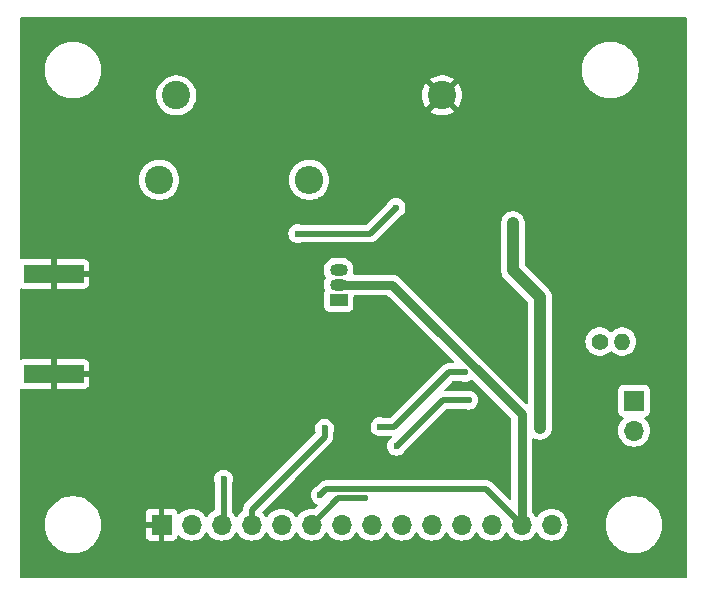
<source format=gbr>
%TF.GenerationSoftware,KiCad,Pcbnew,8.0.7*%
%TF.CreationDate,2025-10-24T17:03:05+02:00*%
%TF.ProjectId,Medidor_clk_PCB,4d656469-646f-4725-9f63-6c6b5f504342,rev?*%
%TF.SameCoordinates,Original*%
%TF.FileFunction,Copper,L2,Bot*%
%TF.FilePolarity,Positive*%
%FSLAX46Y46*%
G04 Gerber Fmt 4.6, Leading zero omitted, Abs format (unit mm)*
G04 Created by KiCad (PCBNEW 8.0.7) date 2025-10-24 17:03:05*
%MOMM*%
%LPD*%
G01*
G04 APERTURE LIST*
%TA.AperFunction,ComponentPad*%
%ADD10R,1.500000X1.050000*%
%TD*%
%TA.AperFunction,ComponentPad*%
%ADD11O,1.500000X1.050000*%
%TD*%
%TA.AperFunction,ComponentPad*%
%ADD12R,1.700000X1.700000*%
%TD*%
%TA.AperFunction,ComponentPad*%
%ADD13O,1.700000X1.700000*%
%TD*%
%TA.AperFunction,ComponentPad*%
%ADD14C,2.400000*%
%TD*%
%TA.AperFunction,ComponentPad*%
%ADD15O,2.400000X2.400000*%
%TD*%
%TA.AperFunction,SMDPad,CuDef*%
%ADD16R,5.080000X1.500000*%
%TD*%
%TA.AperFunction,ComponentPad*%
%ADD17C,1.400000*%
%TD*%
%TA.AperFunction,ComponentPad*%
%ADD18O,1.400000X1.400000*%
%TD*%
%TA.AperFunction,ViaPad*%
%ADD19C,0.600000*%
%TD*%
%TA.AperFunction,Conductor*%
%ADD20C,1.000000*%
%TD*%
%TA.AperFunction,Conductor*%
%ADD21C,0.500000*%
%TD*%
%TA.AperFunction,Conductor*%
%ADD22C,0.750000*%
%TD*%
G04 APERTURE END LIST*
D10*
%TO.P,Q1,1,S*%
%TO.N,Net-(Q1-S)*%
X146700000Y-98520000D03*
D11*
%TO.P,Q1,2,G*%
%TO.N,RST*%
X146700000Y-97250000D03*
%TO.P,Q1,3,D*%
%TO.N,Net-(Q1-D)*%
X146700000Y-95980000D03*
%TD*%
D12*
%TO.P,J2,1,Pin_1*%
%TO.N,Net-(J2-Pin_1)*%
X171705000Y-107050000D03*
D13*
%TO.P,J2,2,Pin_2*%
%TO.N,Net-(J2-Pin_2)*%
X171705000Y-109590000D03*
%TD*%
D12*
%TO.P,J3,1,Pin_1*%
%TO.N,Earth*%
X131700000Y-117550000D03*
D13*
%TO.P,J3,2,Pin_2*%
%TO.N,Q3*%
X134240000Y-117550000D03*
%TO.P,J3,3,Pin_3*%
%TO.N,Q4*%
X136780000Y-117550000D03*
%TO.P,J3,4,Pin_4*%
%TO.N,Q5*%
X139320000Y-117550000D03*
%TO.P,J3,5,Pin_5*%
%TO.N,Q6*%
X141860000Y-117550000D03*
%TO.P,J3,6,Pin_6*%
%TO.N,Q7*%
X144400000Y-117550000D03*
%TO.P,J3,7,Pin_7*%
%TO.N,Q8*%
X146940000Y-117550000D03*
%TO.P,J3,8,Pin_8*%
%TO.N,Q9*%
X149480000Y-117550000D03*
%TO.P,J3,9,Pin_9*%
%TO.N,Q11*%
X152020000Y-117550000D03*
%TO.P,J3,10,Pin_10*%
%TO.N,Q12*%
X154560000Y-117550000D03*
%TO.P,J3,11,Pin_11*%
%TO.N,Q13*%
X157100000Y-117550000D03*
%TO.P,J3,12,Pin_12*%
%TO.N,DT_OUT*%
X159640000Y-117550000D03*
%TO.P,J3,13,Pin_13*%
%TO.N,RST*%
X162180000Y-117550000D03*
%TO.P,J3,14,Pin_14*%
%TO.N,+3.3V*%
X164720000Y-117550000D03*
%TD*%
D14*
%TO.P,R1,1*%
%TO.N,Net-(JP3-B)*%
X131500000Y-88350000D03*
D15*
%TO.P,R1,2*%
%TO.N,Net-(Q1-D)*%
X144200000Y-88350000D03*
%TD*%
D16*
%TO.P,J1,2,Ext*%
%TO.N,Earth*%
X122562500Y-104800000D03*
X122562500Y-96300000D03*
%TD*%
D14*
%TO.P,C1,1*%
%TO.N,Net-(Q1-D)*%
X132950000Y-81200000D03*
%TO.P,C1,2*%
%TO.N,Earth*%
X155450000Y-81200000D03*
%TD*%
D17*
%TO.P,TH1,1*%
%TO.N,Net-(J2-Pin_2)*%
X168800000Y-102050000D03*
D18*
%TO.P,TH1,2*%
%TO.N,Net-(J2-Pin_1)*%
X170700000Y-102050000D03*
%TD*%
D19*
%TO.N,DT_OUT*%
X161450000Y-92050000D03*
%TO.N,Earth*%
X127700000Y-109050000D03*
X172700000Y-92050000D03*
X139000000Y-105850000D03*
X141200000Y-82650000D03*
X153700000Y-76050000D03*
X151200000Y-120550000D03*
X145200000Y-120550000D03*
X150250000Y-79600000D03*
X138700000Y-120550000D03*
X138700000Y-76050000D03*
X174400000Y-107950000D03*
X147550000Y-105200000D03*
X124950000Y-93050000D03*
X135700000Y-76050000D03*
X174400000Y-110950000D03*
X157600000Y-111100000D03*
X172700000Y-89050000D03*
X138200000Y-82650000D03*
X150700000Y-76050000D03*
X135900000Y-108750000D03*
X174400000Y-101950000D03*
X154800000Y-86500000D03*
X154700000Y-120550000D03*
X158950000Y-109250000D03*
X135700000Y-120550000D03*
X160700000Y-120550000D03*
X141100000Y-108750000D03*
X147250000Y-79600000D03*
X121200000Y-113550000D03*
X159700000Y-76050000D03*
X124950000Y-87050000D03*
X131850000Y-110750000D03*
X127700000Y-112050000D03*
X147700000Y-76050000D03*
X132700000Y-76050000D03*
X163700000Y-120550000D03*
X121200000Y-110550000D03*
X132700000Y-120550000D03*
X142200000Y-120550000D03*
X129700000Y-120550000D03*
X121200000Y-93050000D03*
X144250000Y-79600000D03*
X138350000Y-111850000D03*
X156700000Y-76050000D03*
X144400000Y-101600000D03*
X121200000Y-107550000D03*
X157700000Y-120550000D03*
X174400000Y-98950000D03*
X159100000Y-98200000D03*
X129700000Y-76050000D03*
X128800000Y-94600000D03*
X157550000Y-112600000D03*
X172700000Y-86050000D03*
X148900000Y-86600000D03*
X145200000Y-90050000D03*
X138250000Y-79600000D03*
X144200000Y-82650000D03*
X124950000Y-84050000D03*
X141700000Y-76050000D03*
X121200000Y-84050000D03*
X124950000Y-90050000D03*
X152200000Y-85550000D03*
X150200000Y-82650000D03*
X121200000Y-87050000D03*
X172700000Y-95050000D03*
X164250000Y-85500000D03*
X162700000Y-76050000D03*
X174400000Y-104950000D03*
X147200000Y-82650000D03*
X148200000Y-120550000D03*
X131850000Y-113750000D03*
X121200000Y-90050000D03*
X159900000Y-100900000D03*
X141250000Y-79600000D03*
X144700000Y-76050000D03*
%TO.N,+3.3V*%
X157700000Y-107000000D03*
X143250000Y-92900000D03*
X151550000Y-90700000D03*
X151600000Y-110900000D03*
%TO.N,Q4*%
X136950000Y-113700000D03*
%TO.N,Q7*%
X148950000Y-115300000D03*
%TO.N,DT_OUT*%
X163750000Y-109350000D03*
%TO.N,Q5*%
X145500000Y-109400000D03*
%TO.N,RST*%
X145150000Y-115050000D03*
%TO.N,Net-(U6-rs)*%
X157400000Y-104650000D03*
X150200000Y-109250000D03*
%TD*%
D20*
%TO.N,DT_OUT*%
X161450000Y-92050000D02*
X161450000Y-92000000D01*
X161450000Y-96000000D02*
X161450000Y-92050000D01*
X163750000Y-98300000D02*
X161450000Y-96000000D01*
X163750000Y-109350000D02*
X163750000Y-98300000D01*
D21*
%TO.N,+3.3V*%
X155500000Y-107000000D02*
X157700000Y-107000000D01*
X151600000Y-110900000D02*
X155500000Y-107000000D01*
X143250000Y-92900000D02*
X149350000Y-92900000D01*
X149350000Y-92900000D02*
X151550000Y-90700000D01*
%TO.N,Q4*%
X136950000Y-117380000D02*
X136780000Y-117550000D01*
X136950000Y-113700000D02*
X136950000Y-117380000D01*
%TO.N,Q7*%
X146650000Y-115300000D02*
X148950000Y-115300000D01*
X144400000Y-117550000D02*
X146650000Y-115300000D01*
%TO.N,Q5*%
X139320000Y-117550000D02*
X139320000Y-116280000D01*
X145500000Y-110100000D02*
X145500000Y-109400000D01*
X139320000Y-116280000D02*
X145500000Y-110100000D01*
D22*
%TO.N,RST*%
X151237437Y-97250000D02*
X162180000Y-108192563D01*
X146700000Y-97250000D02*
X151237437Y-97250000D01*
D21*
X145650000Y-114550000D02*
X159180000Y-114550000D01*
X145150000Y-115050000D02*
X145650000Y-114550000D01*
X159180000Y-114550000D02*
X162180000Y-117550000D01*
D22*
X162180000Y-108192563D02*
X162180000Y-117550000D01*
D21*
%TO.N,Net-(U6-rs)*%
X156000000Y-104650000D02*
X157400000Y-104650000D01*
X151400000Y-109250000D02*
X156000000Y-104650000D01*
X150200000Y-109250000D02*
X151400000Y-109250000D01*
%TD*%
%TA.AperFunction,Conductor*%
%TO.N,Earth*%
G36*
X176142539Y-74570185D02*
G01*
X176188294Y-74622989D01*
X176199500Y-74674500D01*
X176199500Y-121925500D01*
X176179815Y-121992539D01*
X176127011Y-122038294D01*
X176075500Y-122049500D01*
X119824500Y-122049500D01*
X119757461Y-122029815D01*
X119711706Y-121977011D01*
X119700500Y-121925500D01*
X119700500Y-117415186D01*
X121799500Y-117415186D01*
X121799500Y-117684813D01*
X121829686Y-117952719D01*
X121829688Y-117952731D01*
X121889684Y-118215594D01*
X121889687Y-118215602D01*
X121978734Y-118470082D01*
X122095714Y-118712994D01*
X122123484Y-118757190D01*
X122239162Y-118941289D01*
X122407266Y-119152085D01*
X122597915Y-119342734D01*
X122808711Y-119510838D01*
X123037003Y-119654284D01*
X123279921Y-119771267D01*
X123471049Y-119838145D01*
X123534397Y-119860312D01*
X123534405Y-119860315D01*
X123534408Y-119860315D01*
X123534409Y-119860316D01*
X123797268Y-119920312D01*
X124065187Y-119950499D01*
X124065188Y-119950500D01*
X124065191Y-119950500D01*
X124334812Y-119950500D01*
X124334812Y-119950499D01*
X124602732Y-119920312D01*
X124865591Y-119860316D01*
X125120079Y-119771267D01*
X125362997Y-119654284D01*
X125591289Y-119510838D01*
X125802085Y-119342734D01*
X125992734Y-119152085D01*
X126160838Y-118941289D01*
X126304284Y-118712997D01*
X126421267Y-118470079D01*
X126510316Y-118215591D01*
X126570312Y-117952732D01*
X126600500Y-117684809D01*
X126600500Y-117415191D01*
X126570312Y-117147268D01*
X126510316Y-116884409D01*
X126429047Y-116652155D01*
X130350000Y-116652155D01*
X130350000Y-117300000D01*
X131266988Y-117300000D01*
X131234075Y-117357007D01*
X131200000Y-117484174D01*
X131200000Y-117615826D01*
X131234075Y-117742993D01*
X131266988Y-117800000D01*
X130350000Y-117800000D01*
X130350000Y-118447844D01*
X130356401Y-118507372D01*
X130356403Y-118507379D01*
X130406645Y-118642086D01*
X130406649Y-118642093D01*
X130492809Y-118757187D01*
X130492812Y-118757190D01*
X130607906Y-118843350D01*
X130607913Y-118843354D01*
X130742620Y-118893596D01*
X130742627Y-118893598D01*
X130802155Y-118899999D01*
X130802172Y-118900000D01*
X131450000Y-118900000D01*
X131450000Y-117983012D01*
X131507007Y-118015925D01*
X131634174Y-118050000D01*
X131765826Y-118050000D01*
X131892993Y-118015925D01*
X131950000Y-117983012D01*
X131950000Y-118900000D01*
X132597828Y-118900000D01*
X132597844Y-118899999D01*
X132657372Y-118893598D01*
X132657379Y-118893596D01*
X132792086Y-118843354D01*
X132792093Y-118843350D01*
X132907187Y-118757190D01*
X132907190Y-118757187D01*
X132993350Y-118642093D01*
X132993354Y-118642086D01*
X133042422Y-118510529D01*
X133084293Y-118454595D01*
X133149757Y-118430178D01*
X133218030Y-118445030D01*
X133246285Y-118466181D01*
X133368599Y-118588495D01*
X133445135Y-118642086D01*
X133562165Y-118724032D01*
X133562167Y-118724033D01*
X133562170Y-118724035D01*
X133776337Y-118823903D01*
X134004592Y-118885063D01*
X134175319Y-118900000D01*
X134239999Y-118905659D01*
X134240000Y-118905659D01*
X134240001Y-118905659D01*
X134304681Y-118900000D01*
X134475408Y-118885063D01*
X134703663Y-118823903D01*
X134917830Y-118724035D01*
X135111401Y-118588495D01*
X135278495Y-118421401D01*
X135408425Y-118235842D01*
X135463002Y-118192217D01*
X135532500Y-118185023D01*
X135594855Y-118216546D01*
X135611575Y-118235842D01*
X135741500Y-118421395D01*
X135741505Y-118421401D01*
X135908599Y-118588495D01*
X135985135Y-118642086D01*
X136102165Y-118724032D01*
X136102167Y-118724033D01*
X136102170Y-118724035D01*
X136316337Y-118823903D01*
X136544592Y-118885063D01*
X136715319Y-118900000D01*
X136779999Y-118905659D01*
X136780000Y-118905659D01*
X136780001Y-118905659D01*
X136844681Y-118900000D01*
X137015408Y-118885063D01*
X137243663Y-118823903D01*
X137457830Y-118724035D01*
X137651401Y-118588495D01*
X137818495Y-118421401D01*
X137948425Y-118235842D01*
X138003002Y-118192217D01*
X138072500Y-118185023D01*
X138134855Y-118216546D01*
X138151575Y-118235842D01*
X138281500Y-118421395D01*
X138281505Y-118421401D01*
X138448599Y-118588495D01*
X138525135Y-118642086D01*
X138642165Y-118724032D01*
X138642167Y-118724033D01*
X138642170Y-118724035D01*
X138856337Y-118823903D01*
X139084592Y-118885063D01*
X139255319Y-118900000D01*
X139319999Y-118905659D01*
X139320000Y-118905659D01*
X139320001Y-118905659D01*
X139384681Y-118900000D01*
X139555408Y-118885063D01*
X139783663Y-118823903D01*
X139997830Y-118724035D01*
X140191401Y-118588495D01*
X140358495Y-118421401D01*
X140488425Y-118235842D01*
X140543002Y-118192217D01*
X140612500Y-118185023D01*
X140674855Y-118216546D01*
X140691575Y-118235842D01*
X140821500Y-118421395D01*
X140821505Y-118421401D01*
X140988599Y-118588495D01*
X141065135Y-118642086D01*
X141182165Y-118724032D01*
X141182167Y-118724033D01*
X141182170Y-118724035D01*
X141396337Y-118823903D01*
X141624592Y-118885063D01*
X141795319Y-118900000D01*
X141859999Y-118905659D01*
X141860000Y-118905659D01*
X141860001Y-118905659D01*
X141924681Y-118900000D01*
X142095408Y-118885063D01*
X142323663Y-118823903D01*
X142537830Y-118724035D01*
X142731401Y-118588495D01*
X142898495Y-118421401D01*
X143028425Y-118235842D01*
X143083002Y-118192217D01*
X143152500Y-118185023D01*
X143214855Y-118216546D01*
X143231575Y-118235842D01*
X143361500Y-118421395D01*
X143361505Y-118421401D01*
X143528599Y-118588495D01*
X143605135Y-118642086D01*
X143722165Y-118724032D01*
X143722167Y-118724033D01*
X143722170Y-118724035D01*
X143936337Y-118823903D01*
X144164592Y-118885063D01*
X144335319Y-118900000D01*
X144399999Y-118905659D01*
X144400000Y-118905659D01*
X144400001Y-118905659D01*
X144464681Y-118900000D01*
X144635408Y-118885063D01*
X144863663Y-118823903D01*
X145077830Y-118724035D01*
X145271401Y-118588495D01*
X145438495Y-118421401D01*
X145568425Y-118235842D01*
X145623002Y-118192217D01*
X145692500Y-118185023D01*
X145754855Y-118216546D01*
X145771575Y-118235842D01*
X145901500Y-118421395D01*
X145901505Y-118421401D01*
X146068599Y-118588495D01*
X146145135Y-118642086D01*
X146262165Y-118724032D01*
X146262167Y-118724033D01*
X146262170Y-118724035D01*
X146476337Y-118823903D01*
X146704592Y-118885063D01*
X146875319Y-118900000D01*
X146939999Y-118905659D01*
X146940000Y-118905659D01*
X146940001Y-118905659D01*
X147004681Y-118900000D01*
X147175408Y-118885063D01*
X147403663Y-118823903D01*
X147617830Y-118724035D01*
X147811401Y-118588495D01*
X147978495Y-118421401D01*
X148108425Y-118235842D01*
X148163002Y-118192217D01*
X148232500Y-118185023D01*
X148294855Y-118216546D01*
X148311575Y-118235842D01*
X148441500Y-118421395D01*
X148441505Y-118421401D01*
X148608599Y-118588495D01*
X148685135Y-118642086D01*
X148802165Y-118724032D01*
X148802167Y-118724033D01*
X148802170Y-118724035D01*
X149016337Y-118823903D01*
X149244592Y-118885063D01*
X149415319Y-118900000D01*
X149479999Y-118905659D01*
X149480000Y-118905659D01*
X149480001Y-118905659D01*
X149544681Y-118900000D01*
X149715408Y-118885063D01*
X149943663Y-118823903D01*
X150157830Y-118724035D01*
X150351401Y-118588495D01*
X150518495Y-118421401D01*
X150648425Y-118235842D01*
X150703002Y-118192217D01*
X150772500Y-118185023D01*
X150834855Y-118216546D01*
X150851575Y-118235842D01*
X150981500Y-118421395D01*
X150981505Y-118421401D01*
X151148599Y-118588495D01*
X151225135Y-118642086D01*
X151342165Y-118724032D01*
X151342167Y-118724033D01*
X151342170Y-118724035D01*
X151556337Y-118823903D01*
X151784592Y-118885063D01*
X151955319Y-118900000D01*
X152019999Y-118905659D01*
X152020000Y-118905659D01*
X152020001Y-118905659D01*
X152084681Y-118900000D01*
X152255408Y-118885063D01*
X152483663Y-118823903D01*
X152697830Y-118724035D01*
X152891401Y-118588495D01*
X153058495Y-118421401D01*
X153188425Y-118235842D01*
X153243002Y-118192217D01*
X153312500Y-118185023D01*
X153374855Y-118216546D01*
X153391575Y-118235842D01*
X153521500Y-118421395D01*
X153521505Y-118421401D01*
X153688599Y-118588495D01*
X153765135Y-118642086D01*
X153882165Y-118724032D01*
X153882167Y-118724033D01*
X153882170Y-118724035D01*
X154096337Y-118823903D01*
X154324592Y-118885063D01*
X154495319Y-118900000D01*
X154559999Y-118905659D01*
X154560000Y-118905659D01*
X154560001Y-118905659D01*
X154624681Y-118900000D01*
X154795408Y-118885063D01*
X155023663Y-118823903D01*
X155237830Y-118724035D01*
X155431401Y-118588495D01*
X155598495Y-118421401D01*
X155728425Y-118235842D01*
X155783002Y-118192217D01*
X155852500Y-118185023D01*
X155914855Y-118216546D01*
X155931575Y-118235842D01*
X156061500Y-118421395D01*
X156061505Y-118421401D01*
X156228599Y-118588495D01*
X156305135Y-118642086D01*
X156422165Y-118724032D01*
X156422167Y-118724033D01*
X156422170Y-118724035D01*
X156636337Y-118823903D01*
X156864592Y-118885063D01*
X157035319Y-118900000D01*
X157099999Y-118905659D01*
X157100000Y-118905659D01*
X157100001Y-118905659D01*
X157164681Y-118900000D01*
X157335408Y-118885063D01*
X157563663Y-118823903D01*
X157777830Y-118724035D01*
X157971401Y-118588495D01*
X158138495Y-118421401D01*
X158268425Y-118235842D01*
X158323002Y-118192217D01*
X158392500Y-118185023D01*
X158454855Y-118216546D01*
X158471575Y-118235842D01*
X158601500Y-118421395D01*
X158601505Y-118421401D01*
X158768599Y-118588495D01*
X158845135Y-118642086D01*
X158962165Y-118724032D01*
X158962167Y-118724033D01*
X158962170Y-118724035D01*
X159176337Y-118823903D01*
X159404592Y-118885063D01*
X159575319Y-118900000D01*
X159639999Y-118905659D01*
X159640000Y-118905659D01*
X159640001Y-118905659D01*
X159704681Y-118900000D01*
X159875408Y-118885063D01*
X160103663Y-118823903D01*
X160317830Y-118724035D01*
X160511401Y-118588495D01*
X160678495Y-118421401D01*
X160808425Y-118235842D01*
X160863002Y-118192217D01*
X160932500Y-118185023D01*
X160994855Y-118216546D01*
X161011575Y-118235842D01*
X161141500Y-118421395D01*
X161141505Y-118421401D01*
X161308599Y-118588495D01*
X161385135Y-118642086D01*
X161502165Y-118724032D01*
X161502167Y-118724033D01*
X161502170Y-118724035D01*
X161716337Y-118823903D01*
X161944592Y-118885063D01*
X162115319Y-118900000D01*
X162179999Y-118905659D01*
X162180000Y-118905659D01*
X162180001Y-118905659D01*
X162244681Y-118900000D01*
X162415408Y-118885063D01*
X162643663Y-118823903D01*
X162857830Y-118724035D01*
X163051401Y-118588495D01*
X163218495Y-118421401D01*
X163348425Y-118235842D01*
X163403002Y-118192217D01*
X163472500Y-118185023D01*
X163534855Y-118216546D01*
X163551575Y-118235842D01*
X163681500Y-118421395D01*
X163681505Y-118421401D01*
X163848599Y-118588495D01*
X163925135Y-118642086D01*
X164042165Y-118724032D01*
X164042167Y-118724033D01*
X164042170Y-118724035D01*
X164256337Y-118823903D01*
X164484592Y-118885063D01*
X164655319Y-118900000D01*
X164719999Y-118905659D01*
X164720000Y-118905659D01*
X164720001Y-118905659D01*
X164784681Y-118900000D01*
X164955408Y-118885063D01*
X165183663Y-118823903D01*
X165397830Y-118724035D01*
X165591401Y-118588495D01*
X165758495Y-118421401D01*
X165894035Y-118227830D01*
X165993903Y-118013663D01*
X166055063Y-117785408D01*
X166075659Y-117550000D01*
X166063864Y-117415186D01*
X169299500Y-117415186D01*
X169299500Y-117684813D01*
X169329686Y-117952719D01*
X169329688Y-117952731D01*
X169389684Y-118215594D01*
X169389687Y-118215602D01*
X169478734Y-118470082D01*
X169595714Y-118712994D01*
X169623484Y-118757190D01*
X169739162Y-118941289D01*
X169907266Y-119152085D01*
X170097915Y-119342734D01*
X170308711Y-119510838D01*
X170537003Y-119654284D01*
X170779921Y-119771267D01*
X170971049Y-119838145D01*
X171034397Y-119860312D01*
X171034405Y-119860315D01*
X171034408Y-119860315D01*
X171034409Y-119860316D01*
X171297268Y-119920312D01*
X171565187Y-119950499D01*
X171565188Y-119950500D01*
X171565191Y-119950500D01*
X171834812Y-119950500D01*
X171834812Y-119950499D01*
X172102732Y-119920312D01*
X172365591Y-119860316D01*
X172620079Y-119771267D01*
X172862997Y-119654284D01*
X173091289Y-119510838D01*
X173302085Y-119342734D01*
X173492734Y-119152085D01*
X173660838Y-118941289D01*
X173804284Y-118712997D01*
X173921267Y-118470079D01*
X174010316Y-118215591D01*
X174070312Y-117952732D01*
X174100500Y-117684809D01*
X174100500Y-117415191D01*
X174070312Y-117147268D01*
X174010316Y-116884409D01*
X173921267Y-116629921D01*
X173804284Y-116387003D01*
X173660838Y-116158711D01*
X173492734Y-115947915D01*
X173302085Y-115757266D01*
X173091289Y-115589162D01*
X172862997Y-115445716D01*
X172862994Y-115445714D01*
X172620082Y-115328734D01*
X172365602Y-115239687D01*
X172365594Y-115239684D01*
X172168446Y-115194687D01*
X172102732Y-115179688D01*
X172102728Y-115179687D01*
X172102719Y-115179686D01*
X171834813Y-115149500D01*
X171834809Y-115149500D01*
X171565191Y-115149500D01*
X171565186Y-115149500D01*
X171297280Y-115179686D01*
X171297268Y-115179688D01*
X171034405Y-115239684D01*
X171034397Y-115239687D01*
X170779917Y-115328734D01*
X170537005Y-115445714D01*
X170308712Y-115589161D01*
X170097915Y-115757265D01*
X169907265Y-115947915D01*
X169739161Y-116158712D01*
X169595714Y-116387005D01*
X169478734Y-116629917D01*
X169389687Y-116884397D01*
X169389684Y-116884405D01*
X169329688Y-117147268D01*
X169329686Y-117147280D01*
X169299500Y-117415186D01*
X166063864Y-117415186D01*
X166055063Y-117314592D01*
X165993903Y-117086337D01*
X165894035Y-116872171D01*
X165888425Y-116864158D01*
X165758494Y-116678597D01*
X165591402Y-116511506D01*
X165591395Y-116511501D01*
X165588167Y-116509241D01*
X165499851Y-116447401D01*
X165397834Y-116375967D01*
X165397830Y-116375965D01*
X165326727Y-116342809D01*
X165183663Y-116276097D01*
X165183659Y-116276096D01*
X165183655Y-116276094D01*
X164955413Y-116214938D01*
X164955403Y-116214936D01*
X164720001Y-116194341D01*
X164719999Y-116194341D01*
X164484596Y-116214936D01*
X164484586Y-116214938D01*
X164256344Y-116276094D01*
X164256335Y-116276098D01*
X164042171Y-116375964D01*
X164042169Y-116375965D01*
X163848597Y-116511505D01*
X163681505Y-116678597D01*
X163551575Y-116864158D01*
X163496998Y-116907783D01*
X163427500Y-116914977D01*
X163365145Y-116883454D01*
X163348425Y-116864158D01*
X163218494Y-116678597D01*
X163091819Y-116551922D01*
X163058334Y-116490599D01*
X163055500Y-116464241D01*
X163055500Y-110321229D01*
X163075185Y-110254190D01*
X163127989Y-110208435D01*
X163197147Y-110198491D01*
X163248390Y-110218126D01*
X163276086Y-110236632D01*
X163276088Y-110236633D01*
X163276092Y-110236635D01*
X163357088Y-110270184D01*
X163458165Y-110312051D01*
X163458169Y-110312051D01*
X163458170Y-110312052D01*
X163651456Y-110350500D01*
X163651459Y-110350500D01*
X163848543Y-110350500D01*
X163978582Y-110324632D01*
X164041835Y-110312051D01*
X164223914Y-110236632D01*
X164387782Y-110127139D01*
X164527139Y-109987782D01*
X164636632Y-109823914D01*
X164644546Y-109804809D01*
X164712049Y-109641839D01*
X164712051Y-109641835D01*
X164722362Y-109589999D01*
X170349341Y-109589999D01*
X170349341Y-109590000D01*
X170369936Y-109825403D01*
X170369938Y-109825413D01*
X170431094Y-110053655D01*
X170431096Y-110053659D01*
X170431097Y-110053663D01*
X170524605Y-110254190D01*
X170530965Y-110267830D01*
X170530967Y-110267834D01*
X170568355Y-110321229D01*
X170666505Y-110461401D01*
X170833599Y-110628495D01*
X170930384Y-110696265D01*
X171027165Y-110764032D01*
X171027167Y-110764033D01*
X171027170Y-110764035D01*
X171241337Y-110863903D01*
X171469592Y-110925063D01*
X171657918Y-110941539D01*
X171704999Y-110945659D01*
X171705000Y-110945659D01*
X171705001Y-110945659D01*
X171744234Y-110942226D01*
X171940408Y-110925063D01*
X172168663Y-110863903D01*
X172382830Y-110764035D01*
X172576401Y-110628495D01*
X172743495Y-110461401D01*
X172879035Y-110267830D01*
X172978903Y-110053663D01*
X173040063Y-109825408D01*
X173060659Y-109590000D01*
X173040063Y-109354592D01*
X172978903Y-109126337D01*
X172879035Y-108912171D01*
X172870846Y-108900476D01*
X172743496Y-108718600D01*
X172699107Y-108674211D01*
X172621567Y-108596671D01*
X172588084Y-108535351D01*
X172593068Y-108465659D01*
X172634939Y-108409725D01*
X172665915Y-108392810D01*
X172797331Y-108343796D01*
X172912546Y-108257546D01*
X172998796Y-108142331D01*
X173049091Y-108007483D01*
X173055500Y-107947873D01*
X173055499Y-106152128D01*
X173049091Y-106092517D01*
X173033233Y-106050000D01*
X172998797Y-105957671D01*
X172998793Y-105957664D01*
X172912547Y-105842455D01*
X172912544Y-105842452D01*
X172797335Y-105756206D01*
X172797328Y-105756202D01*
X172662482Y-105705908D01*
X172662483Y-105705908D01*
X172602883Y-105699501D01*
X172602881Y-105699500D01*
X172602873Y-105699500D01*
X172602864Y-105699500D01*
X170807129Y-105699500D01*
X170807123Y-105699501D01*
X170747516Y-105705908D01*
X170612671Y-105756202D01*
X170612664Y-105756206D01*
X170497455Y-105842452D01*
X170497452Y-105842455D01*
X170411206Y-105957664D01*
X170411202Y-105957671D01*
X170360908Y-106092517D01*
X170354501Y-106152116D01*
X170354501Y-106152123D01*
X170354500Y-106152135D01*
X170354500Y-107947870D01*
X170354501Y-107947876D01*
X170360908Y-108007483D01*
X170411202Y-108142328D01*
X170411206Y-108142335D01*
X170497452Y-108257544D01*
X170497455Y-108257547D01*
X170612664Y-108343793D01*
X170612671Y-108343797D01*
X170744081Y-108392810D01*
X170800015Y-108434681D01*
X170824432Y-108500145D01*
X170809580Y-108568418D01*
X170788430Y-108596673D01*
X170666503Y-108718600D01*
X170530965Y-108912169D01*
X170530964Y-108912171D01*
X170431098Y-109126335D01*
X170431094Y-109126344D01*
X170369938Y-109354586D01*
X170369936Y-109354596D01*
X170349341Y-109589999D01*
X164722362Y-109589999D01*
X164750500Y-109448541D01*
X164750500Y-102049999D01*
X167594357Y-102049999D01*
X167594357Y-102050000D01*
X167614884Y-102271535D01*
X167614885Y-102271537D01*
X167675769Y-102485523D01*
X167675775Y-102485538D01*
X167774938Y-102684683D01*
X167774943Y-102684691D01*
X167909020Y-102862238D01*
X168073437Y-103012123D01*
X168073439Y-103012125D01*
X168262595Y-103129245D01*
X168262596Y-103129245D01*
X168262599Y-103129247D01*
X168470060Y-103209618D01*
X168688757Y-103250500D01*
X168688759Y-103250500D01*
X168911241Y-103250500D01*
X168911243Y-103250500D01*
X169129940Y-103209618D01*
X169337401Y-103129247D01*
X169526562Y-103012124D01*
X169666462Y-102884587D01*
X169729266Y-102853971D01*
X169798653Y-102862168D01*
X169833538Y-102884588D01*
X169973437Y-103012123D01*
X169973439Y-103012125D01*
X170162595Y-103129245D01*
X170162596Y-103129245D01*
X170162599Y-103129247D01*
X170370060Y-103209618D01*
X170588757Y-103250500D01*
X170588759Y-103250500D01*
X170811241Y-103250500D01*
X170811243Y-103250500D01*
X171029940Y-103209618D01*
X171237401Y-103129247D01*
X171426562Y-103012124D01*
X171590981Y-102862236D01*
X171725058Y-102684689D01*
X171824229Y-102485528D01*
X171885115Y-102271536D01*
X171905643Y-102050000D01*
X171885115Y-101828464D01*
X171824229Y-101614472D01*
X171824224Y-101614461D01*
X171725061Y-101415316D01*
X171725056Y-101415308D01*
X171590979Y-101237761D01*
X171426562Y-101087876D01*
X171426560Y-101087874D01*
X171237404Y-100970754D01*
X171237398Y-100970752D01*
X171029940Y-100890382D01*
X170811243Y-100849500D01*
X170588757Y-100849500D01*
X170370060Y-100890382D01*
X170238864Y-100941207D01*
X170162601Y-100970752D01*
X170162595Y-100970754D01*
X169973439Y-101087874D01*
X169973437Y-101087876D01*
X169833538Y-101215411D01*
X169770734Y-101246028D01*
X169701347Y-101237830D01*
X169666462Y-101215411D01*
X169526562Y-101087876D01*
X169526560Y-101087874D01*
X169337404Y-100970754D01*
X169337398Y-100970752D01*
X169129940Y-100890382D01*
X168911243Y-100849500D01*
X168688757Y-100849500D01*
X168470060Y-100890382D01*
X168338864Y-100941207D01*
X168262601Y-100970752D01*
X168262595Y-100970754D01*
X168073439Y-101087874D01*
X168073437Y-101087876D01*
X167909020Y-101237761D01*
X167774943Y-101415308D01*
X167774938Y-101415316D01*
X167675775Y-101614461D01*
X167675769Y-101614476D01*
X167614885Y-101828462D01*
X167614884Y-101828464D01*
X167594357Y-102049999D01*
X164750500Y-102049999D01*
X164750500Y-98201459D01*
X164750500Y-98201456D01*
X164719688Y-98046559D01*
X164719688Y-98046558D01*
X164712051Y-98008164D01*
X164662077Y-97887517D01*
X164636632Y-97826086D01*
X164636628Y-97826080D01*
X164527139Y-97662217D01*
X164384686Y-97519764D01*
X164384655Y-97519735D01*
X162486819Y-95621899D01*
X162453334Y-95560576D01*
X162450500Y-95534218D01*
X162450500Y-91901456D01*
X162412052Y-91708170D01*
X162412051Y-91708169D01*
X162412051Y-91708165D01*
X162412049Y-91708160D01*
X162336635Y-91526092D01*
X162336628Y-91526079D01*
X162227139Y-91362218D01*
X162227136Y-91362214D01*
X162087785Y-91222863D01*
X162087781Y-91222860D01*
X161923920Y-91113371D01*
X161923907Y-91113364D01*
X161741839Y-91037950D01*
X161741829Y-91037947D01*
X161548543Y-90999500D01*
X161548541Y-90999500D01*
X161351459Y-90999500D01*
X161351457Y-90999500D01*
X161158170Y-91037947D01*
X161158160Y-91037950D01*
X160976092Y-91113364D01*
X160976079Y-91113371D01*
X160812218Y-91222860D01*
X160812214Y-91222863D01*
X160672863Y-91362214D01*
X160672860Y-91362218D01*
X160563371Y-91526079D01*
X160563364Y-91526092D01*
X160487950Y-91708160D01*
X160487947Y-91708170D01*
X160449500Y-91901456D01*
X160449500Y-91901459D01*
X160449500Y-91951459D01*
X160449500Y-96098541D01*
X160449500Y-96098543D01*
X160449499Y-96098543D01*
X160487947Y-96291829D01*
X160487950Y-96291839D01*
X160563364Y-96473907D01*
X160563371Y-96473920D01*
X160672860Y-96637781D01*
X160672863Y-96637785D01*
X160816537Y-96781459D01*
X160816559Y-96781479D01*
X162713181Y-98678101D01*
X162746666Y-98739424D01*
X162749500Y-98765782D01*
X162749500Y-107224556D01*
X162729815Y-107291595D01*
X162677011Y-107337350D01*
X162607853Y-107347294D01*
X162544297Y-107318269D01*
X162537819Y-107312237D01*
X151795539Y-96569957D01*
X151795535Y-96569954D01*
X151652148Y-96474145D01*
X151652135Y-96474138D01*
X151492815Y-96408146D01*
X151492803Y-96408143D01*
X151323669Y-96374500D01*
X151323666Y-96374500D01*
X148043215Y-96374500D01*
X147976176Y-96354815D01*
X147930421Y-96302011D01*
X147920477Y-96232853D01*
X147921598Y-96226309D01*
X147947011Y-96098543D01*
X147950500Y-96081003D01*
X147950500Y-95878997D01*
X147911091Y-95680873D01*
X147833786Y-95494244D01*
X147833784Y-95494241D01*
X147833782Y-95494237D01*
X147721558Y-95326281D01*
X147578718Y-95183441D01*
X147410762Y-95071217D01*
X147410752Y-95071212D01*
X147224127Y-94993909D01*
X147224119Y-94993907D01*
X147026007Y-94954500D01*
X147026003Y-94954500D01*
X146373997Y-94954500D01*
X146373992Y-94954500D01*
X146175880Y-94993907D01*
X146175872Y-94993909D01*
X145989247Y-95071212D01*
X145989237Y-95071217D01*
X145821281Y-95183441D01*
X145678441Y-95326281D01*
X145566217Y-95494237D01*
X145566212Y-95494247D01*
X145488909Y-95680872D01*
X145488907Y-95680880D01*
X145449500Y-95878992D01*
X145449500Y-96081007D01*
X145488907Y-96279119D01*
X145488909Y-96279127D01*
X145566213Y-96465755D01*
X145619904Y-96546109D01*
X145640782Y-96612787D01*
X145622297Y-96680167D01*
X145619904Y-96683891D01*
X145566213Y-96764244D01*
X145488909Y-96950872D01*
X145488907Y-96950880D01*
X145449500Y-97148992D01*
X145449500Y-97351007D01*
X145488907Y-97549119D01*
X145488909Y-97549127D01*
X145522325Y-97629800D01*
X145529794Y-97699270D01*
X145510038Y-97744660D01*
X145510454Y-97744887D01*
X145507919Y-97749528D01*
X145507037Y-97751556D01*
X145506206Y-97752665D01*
X145506202Y-97752672D01*
X145455909Y-97887516D01*
X145455908Y-97887516D01*
X145449501Y-97947116D01*
X145449500Y-97947135D01*
X145449500Y-99092870D01*
X145449501Y-99092876D01*
X145455908Y-99152483D01*
X145506202Y-99287328D01*
X145506206Y-99287335D01*
X145592452Y-99402544D01*
X145592455Y-99402547D01*
X145707664Y-99488793D01*
X145707671Y-99488797D01*
X145842517Y-99539091D01*
X145842516Y-99539091D01*
X145849444Y-99539835D01*
X145902127Y-99545500D01*
X147497872Y-99545499D01*
X147557483Y-99539091D01*
X147692331Y-99488796D01*
X147807546Y-99402546D01*
X147893796Y-99287331D01*
X147944091Y-99152483D01*
X147950500Y-99092873D01*
X147950499Y-98249499D01*
X147970183Y-98182461D01*
X148022987Y-98136706D01*
X148074499Y-98125500D01*
X150823431Y-98125500D01*
X150890470Y-98145185D01*
X150911112Y-98161819D01*
X156437112Y-103687819D01*
X156470597Y-103749142D01*
X156465613Y-103818834D01*
X156423741Y-103874767D01*
X156358277Y-103899184D01*
X156349431Y-103899500D01*
X155926080Y-103899500D01*
X155781092Y-103928340D01*
X155781082Y-103928343D01*
X155644511Y-103984912D01*
X155644498Y-103984919D01*
X155521584Y-104067048D01*
X155521580Y-104067051D01*
X151125451Y-108463181D01*
X151064128Y-108496666D01*
X151037770Y-108499500D01*
X150499972Y-108499500D01*
X150459017Y-108492542D01*
X150379254Y-108464631D01*
X150379249Y-108464630D01*
X150200004Y-108444435D01*
X150199996Y-108444435D01*
X150020750Y-108464630D01*
X150020745Y-108464631D01*
X149850476Y-108524211D01*
X149697737Y-108620184D01*
X149570184Y-108747737D01*
X149474211Y-108900476D01*
X149414631Y-109070745D01*
X149414630Y-109070750D01*
X149394435Y-109249996D01*
X149394435Y-109250003D01*
X149414630Y-109429249D01*
X149414631Y-109429254D01*
X149474211Y-109599523D01*
X149511594Y-109659017D01*
X149570184Y-109752262D01*
X149697738Y-109879816D01*
X149850478Y-109975789D01*
X150020745Y-110035368D01*
X150020750Y-110035369D01*
X150199996Y-110055565D01*
X150200000Y-110055565D01*
X150200004Y-110055565D01*
X150379249Y-110035369D01*
X150379252Y-110035368D01*
X150379255Y-110035368D01*
X150459017Y-110007457D01*
X150499972Y-110000500D01*
X151096524Y-110000500D01*
X151163563Y-110020185D01*
X151209318Y-110072989D01*
X151219262Y-110142147D01*
X151190237Y-110205703D01*
X151162496Y-110229494D01*
X151097737Y-110270184D01*
X150970184Y-110397737D01*
X150874211Y-110550476D01*
X150814631Y-110720745D01*
X150814630Y-110720750D01*
X150794435Y-110899996D01*
X150794435Y-110900003D01*
X150814630Y-111079249D01*
X150814631Y-111079254D01*
X150874211Y-111249523D01*
X150970184Y-111402262D01*
X151097738Y-111529816D01*
X151250478Y-111625789D01*
X151420745Y-111685368D01*
X151420750Y-111685369D01*
X151599996Y-111705565D01*
X151600000Y-111705565D01*
X151600004Y-111705565D01*
X151779249Y-111685369D01*
X151779252Y-111685368D01*
X151779255Y-111685368D01*
X151949522Y-111625789D01*
X152102262Y-111529816D01*
X152229816Y-111402262D01*
X152325789Y-111249522D01*
X152325790Y-111249518D01*
X152328811Y-111243246D01*
X152330655Y-111244134D01*
X152353305Y-111208061D01*
X155774549Y-107786819D01*
X155835872Y-107753334D01*
X155862230Y-107750500D01*
X157400028Y-107750500D01*
X157440983Y-107757458D01*
X157520745Y-107785368D01*
X157520750Y-107785369D01*
X157699996Y-107805565D01*
X157700000Y-107805565D01*
X157700004Y-107805565D01*
X157879249Y-107785369D01*
X157879252Y-107785368D01*
X157879255Y-107785368D01*
X158049522Y-107725789D01*
X158202262Y-107629816D01*
X158329816Y-107502262D01*
X158425789Y-107349522D01*
X158485368Y-107179255D01*
X158505565Y-107000000D01*
X158485368Y-106820745D01*
X158425789Y-106650478D01*
X158329816Y-106497738D01*
X158202262Y-106370184D01*
X158049523Y-106274211D01*
X157879254Y-106214631D01*
X157879249Y-106214630D01*
X157700004Y-106194435D01*
X157699996Y-106194435D01*
X157520750Y-106214630D01*
X157520745Y-106214631D01*
X157440983Y-106242542D01*
X157400028Y-106249500D01*
X155761229Y-106249500D01*
X155694190Y-106229815D01*
X155648435Y-106177011D01*
X155638491Y-106107853D01*
X155667516Y-106044297D01*
X155673548Y-106037819D01*
X156274548Y-105436819D01*
X156335871Y-105403334D01*
X156362229Y-105400500D01*
X157100028Y-105400500D01*
X157140983Y-105407458D01*
X157220745Y-105435368D01*
X157220750Y-105435369D01*
X157399996Y-105455565D01*
X157400000Y-105455565D01*
X157400004Y-105455565D01*
X157579249Y-105435369D01*
X157579252Y-105435368D01*
X157579255Y-105435368D01*
X157749522Y-105375789D01*
X157896432Y-105283478D01*
X157963668Y-105264479D01*
X158030504Y-105284847D01*
X158050085Y-105300792D01*
X161268181Y-108518888D01*
X161301666Y-108580211D01*
X161304500Y-108606569D01*
X161304500Y-115313769D01*
X161284815Y-115380808D01*
X161232011Y-115426563D01*
X161162853Y-115436507D01*
X161099297Y-115407482D01*
X161092819Y-115401450D01*
X159658421Y-113967052D01*
X159658414Y-113967046D01*
X159584729Y-113917812D01*
X159584729Y-113917813D01*
X159535491Y-113884913D01*
X159398917Y-113828343D01*
X159398907Y-113828340D01*
X159253920Y-113799500D01*
X159253918Y-113799500D01*
X145576082Y-113799500D01*
X145576080Y-113799500D01*
X145431092Y-113828340D01*
X145431086Y-113828342D01*
X145294508Y-113884914D01*
X145294496Y-113884921D01*
X145245270Y-113917811D01*
X145245271Y-113917812D01*
X145171581Y-113967049D01*
X144841937Y-114296693D01*
X144805876Y-114319362D01*
X144806756Y-114321188D01*
X144800478Y-114324211D01*
X144647737Y-114420184D01*
X144520184Y-114547737D01*
X144424211Y-114700476D01*
X144364631Y-114870745D01*
X144364630Y-114870750D01*
X144344435Y-115049996D01*
X144344435Y-115050003D01*
X144364630Y-115229249D01*
X144364631Y-115229254D01*
X144424211Y-115399523D01*
X144520184Y-115552262D01*
X144647738Y-115679816D01*
X144770999Y-115757266D01*
X144800480Y-115775790D01*
X144845603Y-115791580D01*
X144902379Y-115832301D01*
X144928126Y-115897254D01*
X144914670Y-115965816D01*
X144892329Y-115996302D01*
X144711500Y-116177130D01*
X144650177Y-116210615D01*
X144613012Y-116212977D01*
X144400002Y-116194341D01*
X144399999Y-116194341D01*
X144164596Y-116214936D01*
X144164586Y-116214938D01*
X143936344Y-116276094D01*
X143936335Y-116276098D01*
X143722171Y-116375964D01*
X143722169Y-116375965D01*
X143528597Y-116511505D01*
X143361505Y-116678597D01*
X143231575Y-116864158D01*
X143176998Y-116907783D01*
X143107500Y-116914977D01*
X143045145Y-116883454D01*
X143028425Y-116864158D01*
X142898494Y-116678597D01*
X142731402Y-116511506D01*
X142731395Y-116511501D01*
X142728167Y-116509241D01*
X142639851Y-116447401D01*
X142537834Y-116375967D01*
X142537830Y-116375965D01*
X142466727Y-116342809D01*
X142323663Y-116276097D01*
X142323659Y-116276096D01*
X142323655Y-116276094D01*
X142095413Y-116214938D01*
X142095403Y-116214936D01*
X141860001Y-116194341D01*
X141859999Y-116194341D01*
X141624596Y-116214936D01*
X141624586Y-116214938D01*
X141396344Y-116276094D01*
X141396335Y-116276098D01*
X141182171Y-116375964D01*
X141182169Y-116375965D01*
X140988597Y-116511505D01*
X140821505Y-116678597D01*
X140691575Y-116864158D01*
X140636998Y-116907783D01*
X140567500Y-116914977D01*
X140505145Y-116883454D01*
X140488425Y-116864158D01*
X140358494Y-116678597D01*
X140258313Y-116578416D01*
X140224828Y-116517093D01*
X140229812Y-116447401D01*
X140258313Y-116403054D01*
X142961371Y-113699996D01*
X146082952Y-110578416D01*
X146132186Y-110504729D01*
X146165084Y-110455495D01*
X146221658Y-110318913D01*
X146231351Y-110270184D01*
X146250500Y-110173920D01*
X146250500Y-109699972D01*
X146257458Y-109659017D01*
X146281608Y-109590000D01*
X146285368Y-109579255D01*
X146302269Y-109429254D01*
X146305565Y-109400003D01*
X146305565Y-109399996D01*
X146285369Y-109220750D01*
X146285368Y-109220745D01*
X146225789Y-109050478D01*
X146129816Y-108897738D01*
X146002262Y-108770184D01*
X145849523Y-108674211D01*
X145679254Y-108614631D01*
X145679249Y-108614630D01*
X145500004Y-108594435D01*
X145499996Y-108594435D01*
X145320750Y-108614630D01*
X145320745Y-108614631D01*
X145150476Y-108674211D01*
X144997737Y-108770184D01*
X144870184Y-108897737D01*
X144774211Y-109050476D01*
X144714631Y-109220745D01*
X144714630Y-109220750D01*
X144694435Y-109399996D01*
X144694435Y-109400003D01*
X144714630Y-109579249D01*
X144714631Y-109579254D01*
X144742542Y-109659017D01*
X144749500Y-109699972D01*
X144749500Y-109737770D01*
X144729815Y-109804809D01*
X144713181Y-109825451D01*
X138737047Y-115801584D01*
X138725737Y-115818512D01*
X138714475Y-115835368D01*
X138708892Y-115843724D01*
X138654914Y-115924507D01*
X138598343Y-116061082D01*
X138598340Y-116061092D01*
X138569500Y-116206079D01*
X138569500Y-116362298D01*
X138549815Y-116429337D01*
X138516625Y-116463872D01*
X138448595Y-116511507D01*
X138281505Y-116678597D01*
X138151575Y-116864158D01*
X138096998Y-116907783D01*
X138027500Y-116914977D01*
X137965145Y-116883454D01*
X137948425Y-116864158D01*
X137818494Y-116678597D01*
X137736819Y-116596922D01*
X137703334Y-116535599D01*
X137700500Y-116509241D01*
X137700500Y-113999972D01*
X137707458Y-113959017D01*
X137721876Y-113917812D01*
X137735368Y-113879255D01*
X137735369Y-113879249D01*
X137755565Y-113700003D01*
X137755565Y-113699996D01*
X137735369Y-113520750D01*
X137735368Y-113520745D01*
X137675788Y-113350476D01*
X137579815Y-113197737D01*
X137452262Y-113070184D01*
X137299523Y-112974211D01*
X137129254Y-112914631D01*
X137129249Y-112914630D01*
X136950004Y-112894435D01*
X136949996Y-112894435D01*
X136770750Y-112914630D01*
X136770745Y-112914631D01*
X136600476Y-112974211D01*
X136447737Y-113070184D01*
X136320184Y-113197737D01*
X136224211Y-113350476D01*
X136164631Y-113520745D01*
X136164630Y-113520750D01*
X136144435Y-113699996D01*
X136144435Y-113700003D01*
X136164630Y-113879249D01*
X136164631Y-113879254D01*
X136192542Y-113959017D01*
X136199500Y-113999972D01*
X136199500Y-116251582D01*
X136179815Y-116318621D01*
X136127907Y-116363963D01*
X136102173Y-116375963D01*
X136102169Y-116375965D01*
X135908597Y-116511505D01*
X135741505Y-116678597D01*
X135611575Y-116864158D01*
X135556998Y-116907783D01*
X135487500Y-116914977D01*
X135425145Y-116883454D01*
X135408425Y-116864158D01*
X135278494Y-116678597D01*
X135111402Y-116511506D01*
X135111395Y-116511501D01*
X135108167Y-116509241D01*
X135019851Y-116447401D01*
X134917834Y-116375967D01*
X134917830Y-116375965D01*
X134846727Y-116342809D01*
X134703663Y-116276097D01*
X134703659Y-116276096D01*
X134703655Y-116276094D01*
X134475413Y-116214938D01*
X134475403Y-116214936D01*
X134240001Y-116194341D01*
X134239999Y-116194341D01*
X134004596Y-116214936D01*
X134004586Y-116214938D01*
X133776344Y-116276094D01*
X133776335Y-116276098D01*
X133562171Y-116375964D01*
X133562169Y-116375965D01*
X133368600Y-116511503D01*
X133246284Y-116633819D01*
X133184961Y-116667303D01*
X133115269Y-116662319D01*
X133059336Y-116620447D01*
X133042421Y-116589470D01*
X132993354Y-116457913D01*
X132993350Y-116457906D01*
X132907190Y-116342812D01*
X132907187Y-116342809D01*
X132792093Y-116256649D01*
X132792086Y-116256645D01*
X132657379Y-116206403D01*
X132657372Y-116206401D01*
X132597844Y-116200000D01*
X131950000Y-116200000D01*
X131950000Y-117116988D01*
X131892993Y-117084075D01*
X131765826Y-117050000D01*
X131634174Y-117050000D01*
X131507007Y-117084075D01*
X131450000Y-117116988D01*
X131450000Y-116200000D01*
X130802155Y-116200000D01*
X130742627Y-116206401D01*
X130742620Y-116206403D01*
X130607913Y-116256645D01*
X130607906Y-116256649D01*
X130492812Y-116342809D01*
X130492809Y-116342812D01*
X130406649Y-116457906D01*
X130406645Y-116457913D01*
X130356403Y-116592620D01*
X130356401Y-116592627D01*
X130350000Y-116652155D01*
X126429047Y-116652155D01*
X126421267Y-116629921D01*
X126304284Y-116387003D01*
X126160838Y-116158711D01*
X125992734Y-115947915D01*
X125802085Y-115757266D01*
X125591289Y-115589162D01*
X125362997Y-115445716D01*
X125362994Y-115445714D01*
X125120082Y-115328734D01*
X124865602Y-115239687D01*
X124865594Y-115239684D01*
X124668446Y-115194687D01*
X124602732Y-115179688D01*
X124602728Y-115179687D01*
X124602719Y-115179686D01*
X124334813Y-115149500D01*
X124334809Y-115149500D01*
X124065191Y-115149500D01*
X124065186Y-115149500D01*
X123797280Y-115179686D01*
X123797268Y-115179688D01*
X123534405Y-115239684D01*
X123534397Y-115239687D01*
X123279917Y-115328734D01*
X123037005Y-115445714D01*
X122808712Y-115589161D01*
X122597915Y-115757265D01*
X122407265Y-115947915D01*
X122239161Y-116158712D01*
X122095714Y-116387005D01*
X121978734Y-116629917D01*
X121889687Y-116884397D01*
X121889684Y-116884405D01*
X121829688Y-117147268D01*
X121829686Y-117147280D01*
X121799500Y-117415186D01*
X119700500Y-117415186D01*
X119700500Y-106142141D01*
X119720185Y-106075102D01*
X119772989Y-106029347D01*
X119842147Y-106019403D01*
X119867835Y-106025960D01*
X119915119Y-106043596D01*
X119915127Y-106043598D01*
X119974655Y-106049999D01*
X119974672Y-106050000D01*
X122312500Y-106050000D01*
X122812500Y-106050000D01*
X125150328Y-106050000D01*
X125150344Y-106049999D01*
X125209872Y-106043598D01*
X125209879Y-106043596D01*
X125344586Y-105993354D01*
X125344593Y-105993350D01*
X125459687Y-105907190D01*
X125459690Y-105907187D01*
X125545850Y-105792093D01*
X125545854Y-105792086D01*
X125596096Y-105657379D01*
X125596098Y-105657372D01*
X125602499Y-105597844D01*
X125602500Y-105597827D01*
X125602500Y-105050000D01*
X122812500Y-105050000D01*
X122812500Y-106050000D01*
X122312500Y-106050000D01*
X122312500Y-104550000D01*
X122812500Y-104550000D01*
X125602500Y-104550000D01*
X125602500Y-104002172D01*
X125602499Y-104002155D01*
X125596098Y-103942627D01*
X125596096Y-103942620D01*
X125545854Y-103807913D01*
X125545850Y-103807906D01*
X125459690Y-103692812D01*
X125459687Y-103692809D01*
X125344593Y-103606649D01*
X125344586Y-103606645D01*
X125209879Y-103556403D01*
X125209872Y-103556401D01*
X125150344Y-103550000D01*
X122812500Y-103550000D01*
X122812500Y-104550000D01*
X122312500Y-104550000D01*
X122312500Y-103550000D01*
X119974655Y-103550000D01*
X119915127Y-103556401D01*
X119915119Y-103556403D01*
X119867833Y-103574040D01*
X119798141Y-103579024D01*
X119736818Y-103545539D01*
X119703334Y-103484215D01*
X119700500Y-103457858D01*
X119700500Y-97642141D01*
X119720185Y-97575102D01*
X119772989Y-97529347D01*
X119842147Y-97519403D01*
X119867835Y-97525960D01*
X119915119Y-97543596D01*
X119915127Y-97543598D01*
X119974655Y-97549999D01*
X119974672Y-97550000D01*
X122312500Y-97550000D01*
X122812500Y-97550000D01*
X125150328Y-97550000D01*
X125150344Y-97549999D01*
X125209872Y-97543598D01*
X125209879Y-97543596D01*
X125344586Y-97493354D01*
X125344593Y-97493350D01*
X125459687Y-97407190D01*
X125459690Y-97407187D01*
X125545850Y-97292093D01*
X125545854Y-97292086D01*
X125596096Y-97157379D01*
X125596098Y-97157372D01*
X125602499Y-97097844D01*
X125602500Y-97097827D01*
X125602500Y-96550000D01*
X122812500Y-96550000D01*
X122812500Y-97550000D01*
X122312500Y-97550000D01*
X122312500Y-96050000D01*
X122812500Y-96050000D01*
X125602500Y-96050000D01*
X125602500Y-95502172D01*
X125602499Y-95502155D01*
X125596098Y-95442627D01*
X125596096Y-95442620D01*
X125545854Y-95307913D01*
X125545850Y-95307906D01*
X125459690Y-95192812D01*
X125459687Y-95192809D01*
X125344593Y-95106649D01*
X125344586Y-95106645D01*
X125209879Y-95056403D01*
X125209872Y-95056401D01*
X125150344Y-95050000D01*
X122812500Y-95050000D01*
X122812500Y-96050000D01*
X122312500Y-96050000D01*
X122312500Y-95050000D01*
X119974655Y-95050000D01*
X119915127Y-95056401D01*
X119915119Y-95056403D01*
X119867833Y-95074040D01*
X119798141Y-95079024D01*
X119736818Y-95045539D01*
X119703334Y-94984215D01*
X119700500Y-94957858D01*
X119700500Y-92899996D01*
X142444435Y-92899996D01*
X142444435Y-92900003D01*
X142464630Y-93079249D01*
X142464631Y-93079254D01*
X142524211Y-93249523D01*
X142620184Y-93402262D01*
X142747738Y-93529816D01*
X142838080Y-93586582D01*
X142893903Y-93621658D01*
X142900478Y-93625789D01*
X142971098Y-93650500D01*
X143070745Y-93685368D01*
X143070750Y-93685369D01*
X143249996Y-93705565D01*
X143250000Y-93705565D01*
X143250004Y-93705565D01*
X143429249Y-93685369D01*
X143429252Y-93685368D01*
X143429255Y-93685368D01*
X143509017Y-93657457D01*
X143549972Y-93650500D01*
X149423920Y-93650500D01*
X149521462Y-93631096D01*
X149568913Y-93621658D01*
X149705495Y-93565084D01*
X149758277Y-93529816D01*
X149828416Y-93482952D01*
X151858061Y-91453305D01*
X151894134Y-91430655D01*
X151893246Y-91428811D01*
X151899518Y-91425790D01*
X151899522Y-91425789D01*
X152052262Y-91329816D01*
X152179816Y-91202262D01*
X152275789Y-91049522D01*
X152335368Y-90879255D01*
X152355565Y-90700000D01*
X152335368Y-90520745D01*
X152275789Y-90350478D01*
X152179816Y-90197738D01*
X152052262Y-90070184D01*
X152020934Y-90050499D01*
X151899523Y-89974211D01*
X151729254Y-89914631D01*
X151729249Y-89914630D01*
X151550004Y-89894435D01*
X151549996Y-89894435D01*
X151370750Y-89914630D01*
X151370745Y-89914631D01*
X151200476Y-89974211D01*
X151047737Y-90070184D01*
X150920184Y-90197737D01*
X150824211Y-90350478D01*
X150821188Y-90356756D01*
X150819362Y-90355876D01*
X150796693Y-90391937D01*
X149075451Y-92113181D01*
X149014128Y-92146666D01*
X148987770Y-92149500D01*
X143549972Y-92149500D01*
X143509017Y-92142542D01*
X143429254Y-92114631D01*
X143429249Y-92114630D01*
X143250004Y-92094435D01*
X143249996Y-92094435D01*
X143070750Y-92114630D01*
X143070745Y-92114631D01*
X142900476Y-92174211D01*
X142747737Y-92270184D01*
X142620184Y-92397737D01*
X142524211Y-92550476D01*
X142464631Y-92720745D01*
X142464630Y-92720750D01*
X142444435Y-92899996D01*
X119700500Y-92899996D01*
X119700500Y-88349995D01*
X129794732Y-88349995D01*
X129794732Y-88350004D01*
X129813777Y-88604154D01*
X129813778Y-88604157D01*
X129870492Y-88852637D01*
X129963607Y-89089888D01*
X130091041Y-89310612D01*
X130249950Y-89509877D01*
X130436783Y-89683232D01*
X130647366Y-89826805D01*
X130647371Y-89826807D01*
X130647372Y-89826808D01*
X130647373Y-89826809D01*
X130769328Y-89885538D01*
X130876992Y-89937387D01*
X130876993Y-89937387D01*
X130876996Y-89937389D01*
X131120542Y-90012513D01*
X131372565Y-90050500D01*
X131627435Y-90050500D01*
X131879458Y-90012513D01*
X132123004Y-89937389D01*
X132352634Y-89826805D01*
X132563217Y-89683232D01*
X132750050Y-89509877D01*
X132908959Y-89310612D01*
X133036393Y-89089888D01*
X133129508Y-88852637D01*
X133186222Y-88604157D01*
X133205268Y-88350000D01*
X133205268Y-88349995D01*
X142494732Y-88349995D01*
X142494732Y-88350004D01*
X142513777Y-88604154D01*
X142513778Y-88604157D01*
X142570492Y-88852637D01*
X142663607Y-89089888D01*
X142791041Y-89310612D01*
X142949950Y-89509877D01*
X143136783Y-89683232D01*
X143347366Y-89826805D01*
X143347371Y-89826807D01*
X143347372Y-89826808D01*
X143347373Y-89826809D01*
X143469328Y-89885538D01*
X143576992Y-89937387D01*
X143576993Y-89937387D01*
X143576996Y-89937389D01*
X143820542Y-90012513D01*
X144072565Y-90050500D01*
X144327435Y-90050500D01*
X144579458Y-90012513D01*
X144823004Y-89937389D01*
X145052634Y-89826805D01*
X145263217Y-89683232D01*
X145450050Y-89509877D01*
X145608959Y-89310612D01*
X145736393Y-89089888D01*
X145829508Y-88852637D01*
X145886222Y-88604157D01*
X145905268Y-88350000D01*
X145886222Y-88095843D01*
X145829508Y-87847363D01*
X145736393Y-87610112D01*
X145608959Y-87389388D01*
X145450050Y-87190123D01*
X145263217Y-87016768D01*
X145052634Y-86873195D01*
X145052630Y-86873193D01*
X145052627Y-86873191D01*
X145052626Y-86873190D01*
X144823006Y-86762612D01*
X144823008Y-86762612D01*
X144579466Y-86687489D01*
X144579462Y-86687488D01*
X144579458Y-86687487D01*
X144458231Y-86669214D01*
X144327440Y-86649500D01*
X144327435Y-86649500D01*
X144072565Y-86649500D01*
X144072559Y-86649500D01*
X143915609Y-86673157D01*
X143820542Y-86687487D01*
X143820539Y-86687488D01*
X143820533Y-86687489D01*
X143576992Y-86762612D01*
X143347373Y-86873190D01*
X143347372Y-86873191D01*
X143136782Y-87016768D01*
X142949952Y-87190121D01*
X142949950Y-87190123D01*
X142791041Y-87389388D01*
X142663608Y-87610109D01*
X142570492Y-87847362D01*
X142570490Y-87847369D01*
X142513777Y-88095845D01*
X142494732Y-88349995D01*
X133205268Y-88349995D01*
X133186222Y-88095843D01*
X133129508Y-87847363D01*
X133036393Y-87610112D01*
X132908959Y-87389388D01*
X132750050Y-87190123D01*
X132563217Y-87016768D01*
X132352634Y-86873195D01*
X132352630Y-86873193D01*
X132352627Y-86873191D01*
X132352626Y-86873190D01*
X132123006Y-86762612D01*
X132123008Y-86762612D01*
X131879466Y-86687489D01*
X131879462Y-86687488D01*
X131879458Y-86687487D01*
X131758231Y-86669214D01*
X131627440Y-86649500D01*
X131627435Y-86649500D01*
X131372565Y-86649500D01*
X131372559Y-86649500D01*
X131215609Y-86673157D01*
X131120542Y-86687487D01*
X131120539Y-86687488D01*
X131120533Y-86687489D01*
X130876992Y-86762612D01*
X130647373Y-86873190D01*
X130647372Y-86873191D01*
X130436782Y-87016768D01*
X130249952Y-87190121D01*
X130249950Y-87190123D01*
X130091041Y-87389388D01*
X129963608Y-87610109D01*
X129870492Y-87847362D01*
X129870490Y-87847369D01*
X129813777Y-88095845D01*
X129794732Y-88349995D01*
X119700500Y-88349995D01*
X119700500Y-78915186D01*
X121799500Y-78915186D01*
X121799500Y-79184813D01*
X121829686Y-79452719D01*
X121829688Y-79452731D01*
X121889684Y-79715594D01*
X121889687Y-79715602D01*
X121978734Y-79970082D01*
X122095714Y-80212994D01*
X122095716Y-80212997D01*
X122239162Y-80441289D01*
X122407266Y-80652085D01*
X122597915Y-80842734D01*
X122808711Y-81010838D01*
X123037003Y-81154284D01*
X123279921Y-81271267D01*
X123471049Y-81338145D01*
X123534397Y-81360312D01*
X123534405Y-81360315D01*
X123534408Y-81360315D01*
X123534409Y-81360316D01*
X123797268Y-81420312D01*
X124065187Y-81450499D01*
X124065188Y-81450500D01*
X124065191Y-81450500D01*
X124334812Y-81450500D01*
X124334812Y-81450499D01*
X124602732Y-81420312D01*
X124865591Y-81360316D01*
X125120079Y-81271267D01*
X125268077Y-81199995D01*
X131244732Y-81199995D01*
X131244732Y-81200004D01*
X131263777Y-81454154D01*
X131286464Y-81553553D01*
X131320492Y-81702637D01*
X131413607Y-81939888D01*
X131541041Y-82160612D01*
X131699950Y-82359877D01*
X131886783Y-82533232D01*
X132097366Y-82676805D01*
X132097371Y-82676807D01*
X132097372Y-82676808D01*
X132097373Y-82676809D01*
X132219328Y-82735538D01*
X132326992Y-82787387D01*
X132326993Y-82787387D01*
X132326996Y-82787389D01*
X132570542Y-82862513D01*
X132822565Y-82900500D01*
X133077435Y-82900500D01*
X133329458Y-82862513D01*
X133573004Y-82787389D01*
X133802634Y-82676805D01*
X134013217Y-82533232D01*
X134200050Y-82359877D01*
X134358959Y-82160612D01*
X134486393Y-81939888D01*
X134579508Y-81702637D01*
X134636222Y-81454157D01*
X134649349Y-81278991D01*
X134655268Y-81200004D01*
X134655268Y-81199995D01*
X153745233Y-81199995D01*
X153745233Y-81200004D01*
X153764273Y-81454079D01*
X153820968Y-81702477D01*
X153820973Y-81702494D01*
X153914058Y-81939671D01*
X153914057Y-81939671D01*
X154041457Y-82160332D01*
X154083452Y-82212993D01*
X154885387Y-81411058D01*
X154890889Y-81431591D01*
X154969881Y-81568408D01*
X155081592Y-81680119D01*
X155218409Y-81759111D01*
X155238940Y-81764612D01*
X154436813Y-82566737D01*
X154597623Y-82676375D01*
X154597624Y-82676376D01*
X154827176Y-82786921D01*
X154827174Y-82786921D01*
X155070652Y-82862024D01*
X155070658Y-82862026D01*
X155322595Y-82899999D01*
X155322604Y-82900000D01*
X155577396Y-82900000D01*
X155577404Y-82899999D01*
X155829341Y-82862026D01*
X155829347Y-82862024D01*
X156072824Y-82786921D01*
X156302381Y-82676373D01*
X156463185Y-82566737D01*
X155661059Y-81764612D01*
X155681591Y-81759111D01*
X155818408Y-81680119D01*
X155930119Y-81568408D01*
X156009111Y-81431591D01*
X156014612Y-81411059D01*
X156816545Y-82212993D01*
X156858545Y-82160327D01*
X156985941Y-81939671D01*
X157079026Y-81702494D01*
X157079031Y-81702477D01*
X157135726Y-81454079D01*
X157154767Y-81200004D01*
X157154767Y-81199995D01*
X157135726Y-80945920D01*
X157079031Y-80697522D01*
X157079026Y-80697505D01*
X156985941Y-80460328D01*
X156985942Y-80460328D01*
X156858544Y-80239671D01*
X156816546Y-80187006D01*
X156014612Y-80988939D01*
X156009111Y-80968409D01*
X155930119Y-80831592D01*
X155818408Y-80719881D01*
X155681591Y-80640889D01*
X155661058Y-80635387D01*
X156463185Y-79833261D01*
X156302377Y-79723624D01*
X156302376Y-79723623D01*
X156072823Y-79613078D01*
X156072825Y-79613078D01*
X155829347Y-79537975D01*
X155829341Y-79537973D01*
X155577404Y-79500000D01*
X155322595Y-79500000D01*
X155070658Y-79537973D01*
X155070652Y-79537975D01*
X154827175Y-79613078D01*
X154597624Y-79723623D01*
X154597616Y-79723628D01*
X154436813Y-79833261D01*
X155238940Y-80635387D01*
X155218409Y-80640889D01*
X155081592Y-80719881D01*
X154969881Y-80831592D01*
X154890889Y-80968409D01*
X154885387Y-80988940D01*
X154083453Y-80187006D01*
X154041455Y-80239670D01*
X153914058Y-80460328D01*
X153820973Y-80697505D01*
X153820968Y-80697522D01*
X153764273Y-80945920D01*
X153745233Y-81199995D01*
X134655268Y-81199995D01*
X134636222Y-80945845D01*
X134584647Y-80719881D01*
X134579508Y-80697363D01*
X134486393Y-80460112D01*
X134358959Y-80239388D01*
X134200050Y-80040123D01*
X134013217Y-79866768D01*
X133802634Y-79723195D01*
X133802630Y-79723193D01*
X133802627Y-79723191D01*
X133802626Y-79723190D01*
X133573006Y-79612612D01*
X133573008Y-79612612D01*
X133329466Y-79537489D01*
X133329462Y-79537488D01*
X133329458Y-79537487D01*
X133208231Y-79519214D01*
X133077440Y-79499500D01*
X133077435Y-79499500D01*
X132822565Y-79499500D01*
X132822559Y-79499500D01*
X132665609Y-79523157D01*
X132570542Y-79537487D01*
X132570539Y-79537488D01*
X132570533Y-79537489D01*
X132326992Y-79612612D01*
X132097373Y-79723190D01*
X132097372Y-79723191D01*
X131886782Y-79866768D01*
X131699952Y-80040121D01*
X131699950Y-80040123D01*
X131541041Y-80239388D01*
X131413608Y-80460109D01*
X131320492Y-80697362D01*
X131320490Y-80697369D01*
X131263777Y-80945845D01*
X131244732Y-81199995D01*
X125268077Y-81199995D01*
X125362997Y-81154284D01*
X125591289Y-81010838D01*
X125802085Y-80842734D01*
X125992734Y-80652085D01*
X126160838Y-80441289D01*
X126304284Y-80212997D01*
X126421267Y-79970079D01*
X126510316Y-79715591D01*
X126570312Y-79452732D01*
X126600500Y-79184809D01*
X126600500Y-78915191D01*
X126600499Y-78915186D01*
X167299500Y-78915186D01*
X167299500Y-79184813D01*
X167329686Y-79452719D01*
X167329688Y-79452731D01*
X167389684Y-79715594D01*
X167389687Y-79715602D01*
X167478734Y-79970082D01*
X167595714Y-80212994D01*
X167595716Y-80212997D01*
X167739162Y-80441289D01*
X167907266Y-80652085D01*
X168097915Y-80842734D01*
X168308711Y-81010838D01*
X168537003Y-81154284D01*
X168779921Y-81271267D01*
X168971049Y-81338145D01*
X169034397Y-81360312D01*
X169034405Y-81360315D01*
X169034408Y-81360315D01*
X169034409Y-81360316D01*
X169297268Y-81420312D01*
X169565187Y-81450499D01*
X169565188Y-81450500D01*
X169565191Y-81450500D01*
X169834812Y-81450500D01*
X169834812Y-81450499D01*
X170102732Y-81420312D01*
X170365591Y-81360316D01*
X170620079Y-81271267D01*
X170862997Y-81154284D01*
X171091289Y-81010838D01*
X171302085Y-80842734D01*
X171492734Y-80652085D01*
X171660838Y-80441289D01*
X171804284Y-80212997D01*
X171921267Y-79970079D01*
X172010316Y-79715591D01*
X172070312Y-79452732D01*
X172100500Y-79184809D01*
X172100500Y-78915191D01*
X172070312Y-78647268D01*
X172010316Y-78384409D01*
X171921267Y-78129921D01*
X171804284Y-77887003D01*
X171660838Y-77658711D01*
X171492734Y-77447915D01*
X171302085Y-77257266D01*
X171091289Y-77089162D01*
X170862997Y-76945716D01*
X170862994Y-76945714D01*
X170620082Y-76828734D01*
X170365602Y-76739687D01*
X170365594Y-76739684D01*
X170168446Y-76694687D01*
X170102732Y-76679688D01*
X170102728Y-76679687D01*
X170102719Y-76679686D01*
X169834813Y-76649500D01*
X169834809Y-76649500D01*
X169565191Y-76649500D01*
X169565186Y-76649500D01*
X169297280Y-76679686D01*
X169297268Y-76679688D01*
X169034405Y-76739684D01*
X169034397Y-76739687D01*
X168779917Y-76828734D01*
X168537005Y-76945714D01*
X168308712Y-77089161D01*
X168097915Y-77257265D01*
X167907265Y-77447915D01*
X167739161Y-77658712D01*
X167595714Y-77887005D01*
X167478734Y-78129917D01*
X167389687Y-78384397D01*
X167389684Y-78384405D01*
X167329688Y-78647268D01*
X167329686Y-78647280D01*
X167299500Y-78915186D01*
X126600499Y-78915186D01*
X126570312Y-78647268D01*
X126510316Y-78384409D01*
X126421267Y-78129921D01*
X126304284Y-77887003D01*
X126160838Y-77658711D01*
X125992734Y-77447915D01*
X125802085Y-77257266D01*
X125591289Y-77089162D01*
X125362997Y-76945716D01*
X125362994Y-76945714D01*
X125120082Y-76828734D01*
X124865602Y-76739687D01*
X124865594Y-76739684D01*
X124668446Y-76694687D01*
X124602732Y-76679688D01*
X124602728Y-76679687D01*
X124602719Y-76679686D01*
X124334813Y-76649500D01*
X124334809Y-76649500D01*
X124065191Y-76649500D01*
X124065186Y-76649500D01*
X123797280Y-76679686D01*
X123797268Y-76679688D01*
X123534405Y-76739684D01*
X123534397Y-76739687D01*
X123279917Y-76828734D01*
X123037005Y-76945714D01*
X122808712Y-77089161D01*
X122597915Y-77257265D01*
X122407265Y-77447915D01*
X122239161Y-77658712D01*
X122095714Y-77887005D01*
X121978734Y-78129917D01*
X121889687Y-78384397D01*
X121889684Y-78384405D01*
X121829688Y-78647268D01*
X121829686Y-78647280D01*
X121799500Y-78915186D01*
X119700500Y-78915186D01*
X119700500Y-74674500D01*
X119720185Y-74607461D01*
X119772989Y-74561706D01*
X119824500Y-74550500D01*
X176075500Y-74550500D01*
X176142539Y-74570185D01*
G37*
%TD.AperFunction*%
%TD*%
M02*

</source>
